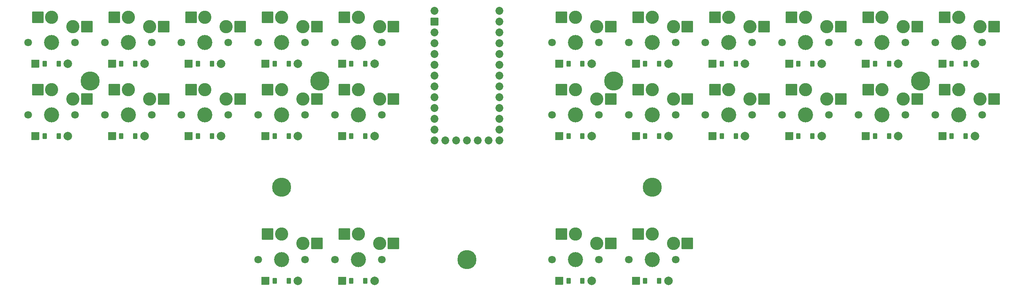
<source format=gbr>
%TF.GenerationSoftware,KiCad,Pcbnew,9.0.0*%
%TF.CreationDate,2025-03-10T18:29:08+01:00*%
%TF.ProjectId,pcb,7063622e-6b69-4636-9164-5f7063625858,v1.0.0*%
%TF.SameCoordinates,Original*%
%TF.FileFunction,Soldermask,Bot*%
%TF.FilePolarity,Negative*%
%FSLAX46Y46*%
G04 Gerber Fmt 4.6, Leading zero omitted, Abs format (unit mm)*
G04 Created by KiCad (PCBNEW 9.0.0) date 2025-03-10 18:29:08*
%MOMM*%
%LPD*%
G01*
G04 APERTURE LIST*
G04 Aperture macros list*
%AMRoundRect*
0 Rectangle with rounded corners*
0 $1 Rounding radius*
0 $2 $3 $4 $5 $6 $7 $8 $9 X,Y pos of 4 corners*
0 Add a 4 corners polygon primitive as box body*
4,1,4,$2,$3,$4,$5,$6,$7,$8,$9,$2,$3,0*
0 Add four circle primitives for the rounded corners*
1,1,$1+$1,$2,$3*
1,1,$1+$1,$4,$5*
1,1,$1+$1,$6,$7*
1,1,$1+$1,$8,$9*
0 Add four rect primitives between the rounded corners*
20,1,$1+$1,$2,$3,$4,$5,0*
20,1,$1+$1,$4,$5,$6,$7,0*
20,1,$1+$1,$6,$7,$8,$9,0*
20,1,$1+$1,$8,$9,$2,$3,0*%
G04 Aperture macros list end*
%ADD10RoundRect,0.050000X-0.889000X-0.889000X0.889000X-0.889000X0.889000X0.889000X-0.889000X0.889000X0*%
%ADD11RoundRect,0.050000X-0.450000X-0.600000X0.450000X-0.600000X0.450000X0.600000X-0.450000X0.600000X0*%
%ADD12C,2.005000*%
%ADD13C,1.801800*%
%ADD14C,3.100000*%
%ADD15C,3.529000*%
%ADD16RoundRect,0.050000X-1.300000X-1.300000X1.300000X-1.300000X1.300000X1.300000X-1.300000X1.300000X0*%
%ADD17C,0.800000*%
%ADD18C,4.500000*%
%ADD19RoundRect,0.050000X-0.876300X0.876300X-0.876300X-0.876300X0.876300X-0.876300X0.876300X0.876300X0*%
%ADD20C,1.852600*%
G04 APERTURE END LIST*
D10*
%TO.C,D13*%
X237190000Y-105000000D03*
D11*
X239350000Y-105000000D03*
X242650000Y-105000000D03*
D12*
X244810000Y-105000000D03*
%TD*%
D10*
%TO.C,D14*%
X237190000Y-88000000D03*
D11*
X239350000Y-88000000D03*
X242650000Y-88000000D03*
D12*
X244810000Y-88000000D03*
%TD*%
D13*
%TO.C,S20*%
X289500000Y-83000000D03*
D14*
X295000000Y-77050000D03*
D15*
X295000000Y-83000000D03*
D14*
X300000000Y-79250000D03*
D13*
X300500000Y-83000000D03*
D16*
X291725000Y-77050000D03*
X303275000Y-79250000D03*
%TD*%
D13*
%TO.C,S14*%
X235500000Y-83000000D03*
D14*
X241000000Y-77050000D03*
D15*
X241000000Y-83000000D03*
D14*
X246000000Y-79250000D03*
D13*
X246500000Y-83000000D03*
D16*
X237725000Y-77050000D03*
X249275000Y-79250000D03*
%TD*%
D10*
%TO.C,D5*%
X132190000Y-105000000D03*
D11*
X134350000Y-105000000D03*
X137650000Y-105000000D03*
D12*
X139810000Y-105000000D03*
%TD*%
D10*
%TO.C,D24*%
X168190000Y-139000000D03*
D11*
X170350000Y-139000000D03*
X173650000Y-139000000D03*
D12*
X175810000Y-139000000D03*
%TD*%
D17*
%TO.C,_5*%
X152350000Y-117000000D03*
X152833274Y-115833274D03*
X152833274Y-118166726D03*
X154000000Y-115350000D03*
D18*
X154000000Y-117000000D03*
D17*
X154000000Y-118650000D03*
X155166726Y-115833274D03*
X155166726Y-118166726D03*
X155650000Y-117000000D03*
%TD*%
D10*
%TO.C,D17*%
X273190000Y-105000000D03*
D11*
X275350000Y-105000000D03*
X278650000Y-105000000D03*
D12*
X280810000Y-105000000D03*
%TD*%
D13*
%TO.C,S9*%
X166500000Y-100000000D03*
D14*
X172000000Y-94050000D03*
D15*
X172000000Y-100000000D03*
D14*
X177000000Y-96250000D03*
D13*
X177500000Y-100000000D03*
D16*
X168725000Y-94050000D03*
X180275000Y-96250000D03*
%TD*%
D10*
%TO.C,D1*%
X96190000Y-105000000D03*
D11*
X98350000Y-105000000D03*
X101650000Y-105000000D03*
D12*
X103810000Y-105000000D03*
%TD*%
D13*
%TO.C,S8*%
X148500000Y-83000000D03*
D14*
X154000000Y-77050000D03*
D15*
X154000000Y-83000000D03*
D14*
X159000000Y-79250000D03*
D13*
X159500000Y-83000000D03*
D16*
X150725000Y-77050000D03*
X162275000Y-79250000D03*
%TD*%
D10*
%TO.C,D16*%
X255190000Y-88000000D03*
D11*
X257350000Y-88000000D03*
X260650000Y-88000000D03*
D12*
X262810000Y-88000000D03*
%TD*%
D10*
%TO.C,D22*%
X309190000Y-88000000D03*
D11*
X311350000Y-88000000D03*
X314650000Y-88000000D03*
D12*
X316810000Y-88000000D03*
%TD*%
D10*
%TO.C,D19*%
X291190000Y-105000000D03*
D11*
X293350000Y-105000000D03*
X296650000Y-105000000D03*
D12*
X298810000Y-105000000D03*
%TD*%
D10*
%TO.C,D2*%
X96190000Y-88000000D03*
D11*
X98350000Y-88000000D03*
X101650000Y-88000000D03*
D12*
X103810000Y-88000000D03*
%TD*%
D10*
%TO.C,D9*%
X168190000Y-105000000D03*
D11*
X170350000Y-105000000D03*
X173650000Y-105000000D03*
D12*
X175810000Y-105000000D03*
%TD*%
D10*
%TO.C,D20*%
X291190000Y-88000000D03*
D11*
X293350000Y-88000000D03*
X296650000Y-88000000D03*
D12*
X298810000Y-88000000D03*
%TD*%
D13*
%TO.C,S10*%
X166500000Y-83000000D03*
D14*
X172000000Y-77050000D03*
D15*
X172000000Y-83000000D03*
D14*
X177000000Y-79250000D03*
D13*
X177500000Y-83000000D03*
D16*
X168725000Y-77050000D03*
X180275000Y-79250000D03*
%TD*%
D10*
%TO.C,D3*%
X114190000Y-105000000D03*
D11*
X116350000Y-105000000D03*
X119650000Y-105000000D03*
D12*
X121810000Y-105000000D03*
%TD*%
D10*
%TO.C,D26*%
X237190000Y-139000000D03*
D11*
X239350000Y-139000000D03*
X242650000Y-139000000D03*
D12*
X244810000Y-139000000D03*
%TD*%
D10*
%TO.C,D21*%
X309190000Y-105000000D03*
D11*
X311350000Y-105000000D03*
X314650000Y-105000000D03*
D12*
X316810000Y-105000000D03*
%TD*%
D13*
%TO.C,S6*%
X130500000Y-83000000D03*
D14*
X136000000Y-77050000D03*
D15*
X136000000Y-83000000D03*
D14*
X141000000Y-79250000D03*
D13*
X141500000Y-83000000D03*
D16*
X132725000Y-77050000D03*
X144275000Y-79250000D03*
%TD*%
D19*
%TO.C,MCU1*%
X189880000Y-78030000D03*
D20*
X189880000Y-75490000D03*
X189880000Y-80570000D03*
X189880000Y-83110000D03*
X189880000Y-85650000D03*
X189880000Y-88190000D03*
X189880000Y-90730000D03*
X189880000Y-93270000D03*
X189880000Y-95810000D03*
X189880000Y-98350000D03*
X189880000Y-100890000D03*
X189880000Y-103430000D03*
X189880000Y-105970000D03*
X202580000Y-105970000D03*
X200040000Y-105970000D03*
X197500000Y-105970000D03*
X194960000Y-105970000D03*
X192420000Y-105970000D03*
X205120000Y-75490000D03*
X205120000Y-78030000D03*
X205120000Y-80570000D03*
X205120000Y-83110000D03*
X205120000Y-85650000D03*
X205120000Y-88190000D03*
X205120000Y-90730000D03*
X205120000Y-93270000D03*
X205120000Y-95810000D03*
X205120000Y-98350000D03*
X205120000Y-100890000D03*
X205120000Y-103430000D03*
X205120000Y-105970000D03*
%TD*%
D10*
%TO.C,D12*%
X219190000Y-88000000D03*
D11*
X221350000Y-88000000D03*
X224650000Y-88000000D03*
D12*
X226810000Y-88000000D03*
%TD*%
D10*
%TO.C,D11*%
X219190000Y-105000000D03*
D11*
X221350000Y-105000000D03*
X224650000Y-105000000D03*
D12*
X226810000Y-105000000D03*
%TD*%
D13*
%TO.C,S22*%
X307500000Y-83000000D03*
D14*
X313000000Y-77050000D03*
D15*
X313000000Y-83000000D03*
D14*
X318000000Y-79250000D03*
D13*
X318500000Y-83000000D03*
D16*
X309725000Y-77050000D03*
X321275000Y-79250000D03*
%TD*%
D13*
%TO.C,S4*%
X112500000Y-83000000D03*
D14*
X118000000Y-77050000D03*
D15*
X118000000Y-83000000D03*
D14*
X123000000Y-79250000D03*
D13*
X123500000Y-83000000D03*
D16*
X114725000Y-77050000D03*
X126275000Y-79250000D03*
%TD*%
D13*
%TO.C,S3*%
X112500000Y-100000000D03*
D14*
X118000000Y-94050000D03*
D15*
X118000000Y-100000000D03*
D14*
X123000000Y-96250000D03*
D13*
X123500000Y-100000000D03*
D16*
X114725000Y-94050000D03*
X126275000Y-96250000D03*
%TD*%
D10*
%TO.C,D15*%
X255190000Y-105000000D03*
D11*
X257350000Y-105000000D03*
X260650000Y-105000000D03*
D12*
X262810000Y-105000000D03*
%TD*%
D10*
%TO.C,D7*%
X150190000Y-105000000D03*
D11*
X152350000Y-105000000D03*
X155650000Y-105000000D03*
D12*
X157810000Y-105000000D03*
%TD*%
D13*
%TO.C,S23*%
X148500000Y-134000000D03*
D14*
X154000000Y-128050000D03*
D15*
X154000000Y-134000000D03*
D14*
X159000000Y-130250000D03*
D13*
X159500000Y-134000000D03*
D16*
X150725000Y-128050000D03*
X162275000Y-130250000D03*
%TD*%
D13*
%TO.C,S5*%
X130500000Y-100000000D03*
D14*
X136000000Y-94050000D03*
D15*
X136000000Y-100000000D03*
D14*
X141000000Y-96250000D03*
D13*
X141500000Y-100000000D03*
D16*
X132725000Y-94050000D03*
X144275000Y-96250000D03*
%TD*%
D13*
%TO.C,S24*%
X166500000Y-134000000D03*
D14*
X172000000Y-128050000D03*
D15*
X172000000Y-134000000D03*
D14*
X177000000Y-130250000D03*
D13*
X177500000Y-134000000D03*
D16*
X168725000Y-128050000D03*
X180275000Y-130250000D03*
%TD*%
D13*
%TO.C,S21*%
X307500000Y-100000000D03*
D14*
X313000000Y-94050000D03*
D15*
X313000000Y-100000000D03*
D14*
X318000000Y-96250000D03*
D13*
X318500000Y-100000000D03*
D16*
X309725000Y-94050000D03*
X321275000Y-96250000D03*
%TD*%
D13*
%TO.C,S1*%
X94500000Y-100000000D03*
D14*
X100000000Y-94050000D03*
D15*
X100000000Y-100000000D03*
D14*
X105000000Y-96250000D03*
D13*
X105500000Y-100000000D03*
D16*
X96725000Y-94050000D03*
X108275000Y-96250000D03*
%TD*%
D13*
%TO.C,S17*%
X271500000Y-100000000D03*
D14*
X277000000Y-94050000D03*
D15*
X277000000Y-100000000D03*
D14*
X282000000Y-96250000D03*
D13*
X282500000Y-100000000D03*
D16*
X273725000Y-94050000D03*
X285275000Y-96250000D03*
%TD*%
D13*
%TO.C,S7*%
X148500000Y-100000000D03*
D14*
X154000000Y-94050000D03*
D15*
X154000000Y-100000000D03*
D14*
X159000000Y-96250000D03*
D13*
X159500000Y-100000000D03*
D16*
X150725000Y-94050000D03*
X162275000Y-96250000D03*
%TD*%
D10*
%TO.C,D25*%
X219190000Y-139000000D03*
D11*
X221350000Y-139000000D03*
X224650000Y-139000000D03*
D12*
X226810000Y-139000000D03*
%TD*%
D17*
%TO.C,_1*%
X107350000Y-92000000D03*
X107833274Y-90833274D03*
X107833274Y-93166726D03*
X109000000Y-90350000D03*
D18*
X109000000Y-92000000D03*
D17*
X109000000Y-93650000D03*
X110166726Y-90833274D03*
X110166726Y-93166726D03*
X110650000Y-92000000D03*
%TD*%
D13*
%TO.C,S12*%
X217500000Y-83000000D03*
D14*
X223000000Y-77050000D03*
D15*
X223000000Y-83000000D03*
D14*
X228000000Y-79250000D03*
D13*
X228500000Y-83000000D03*
D16*
X219725000Y-77050000D03*
X231275000Y-79250000D03*
%TD*%
D17*
%TO.C,_6*%
X239350000Y-117000000D03*
X239833274Y-115833274D03*
X239833274Y-118166726D03*
X241000000Y-115350000D03*
D18*
X241000000Y-117000000D03*
D17*
X241000000Y-118650000D03*
X242166726Y-115833274D03*
X242166726Y-118166726D03*
X242650000Y-117000000D03*
%TD*%
D13*
%TO.C,S26*%
X235500000Y-134000000D03*
D14*
X241000000Y-128050000D03*
D15*
X241000000Y-134000000D03*
D14*
X246000000Y-130250000D03*
D13*
X246500000Y-134000000D03*
D16*
X237725000Y-128050000D03*
X249275000Y-130250000D03*
%TD*%
D13*
%TO.C,S19*%
X289500000Y-100000000D03*
D14*
X295000000Y-94050000D03*
D15*
X295000000Y-100000000D03*
D14*
X300000000Y-96250000D03*
D13*
X300500000Y-100000000D03*
D16*
X291725000Y-94050000D03*
X303275000Y-96250000D03*
%TD*%
D10*
%TO.C,D6*%
X132190000Y-88000000D03*
D11*
X134350000Y-88000000D03*
X137650000Y-88000000D03*
D12*
X139810000Y-88000000D03*
%TD*%
D10*
%TO.C,D4*%
X114190000Y-88000000D03*
D11*
X116350000Y-88000000D03*
X119650000Y-88000000D03*
D12*
X121810000Y-88000000D03*
%TD*%
D10*
%TO.C,D18*%
X273190000Y-88000000D03*
D11*
X275350000Y-88000000D03*
X278650000Y-88000000D03*
D12*
X280810000Y-88000000D03*
%TD*%
D13*
%TO.C,S15*%
X253500000Y-100000000D03*
D14*
X259000000Y-94050000D03*
D15*
X259000000Y-100000000D03*
D14*
X264000000Y-96250000D03*
D13*
X264500000Y-100000000D03*
D16*
X255725000Y-94050000D03*
X267275000Y-96250000D03*
%TD*%
D13*
%TO.C,S13*%
X235500000Y-100000000D03*
D14*
X241000000Y-94050000D03*
D15*
X241000000Y-100000000D03*
D14*
X246000000Y-96250000D03*
D13*
X246500000Y-100000000D03*
D16*
X237725000Y-94050000D03*
X249275000Y-96250000D03*
%TD*%
D13*
%TO.C,S18*%
X271500000Y-83000000D03*
D14*
X277000000Y-77050000D03*
D15*
X277000000Y-83000000D03*
D14*
X282000000Y-79250000D03*
D13*
X282500000Y-83000000D03*
D16*
X273725000Y-77050000D03*
X285275000Y-79250000D03*
%TD*%
D10*
%TO.C,D10*%
X168190000Y-88000000D03*
D11*
X170350000Y-88000000D03*
X173650000Y-88000000D03*
D12*
X175810000Y-88000000D03*
%TD*%
D13*
%TO.C,S16*%
X253500000Y-83000000D03*
D14*
X259000000Y-77050000D03*
D15*
X259000000Y-83000000D03*
D14*
X264000000Y-79250000D03*
D13*
X264500000Y-83000000D03*
D16*
X255725000Y-77050000D03*
X267275000Y-79250000D03*
%TD*%
D10*
%TO.C,D23*%
X150190000Y-139000000D03*
D11*
X152350000Y-139000000D03*
X155650000Y-139000000D03*
D12*
X157810000Y-139000000D03*
%TD*%
D13*
%TO.C,S25*%
X217500000Y-134000000D03*
D14*
X223000000Y-128050000D03*
D15*
X223000000Y-134000000D03*
D14*
X228000000Y-130250000D03*
D13*
X228500000Y-134000000D03*
D16*
X219725000Y-128050000D03*
X231275000Y-130250000D03*
%TD*%
D17*
%TO.C,_4*%
X302350000Y-92000000D03*
X302833274Y-90833274D03*
X302833274Y-93166726D03*
X304000000Y-90350000D03*
D18*
X304000000Y-92000000D03*
D17*
X304000000Y-93650000D03*
X305166726Y-90833274D03*
X305166726Y-93166726D03*
X305650000Y-92000000D03*
%TD*%
D13*
%TO.C,S11*%
X217500000Y-100000000D03*
D14*
X223000000Y-94050000D03*
D15*
X223000000Y-100000000D03*
D14*
X228000000Y-96250000D03*
D13*
X228500000Y-100000000D03*
D16*
X219725000Y-94050000D03*
X231275000Y-96250000D03*
%TD*%
D17*
%TO.C,_3*%
X230350000Y-92000000D03*
X230833274Y-90833274D03*
X230833274Y-93166726D03*
X232000000Y-90350000D03*
D18*
X232000000Y-92000000D03*
D17*
X232000000Y-93650000D03*
X233166726Y-90833274D03*
X233166726Y-93166726D03*
X233650000Y-92000000D03*
%TD*%
D13*
%TO.C,S2*%
X94500000Y-83000000D03*
D14*
X100000000Y-77050000D03*
D15*
X100000000Y-83000000D03*
D14*
X105000000Y-79250000D03*
D13*
X105500000Y-83000000D03*
D16*
X96725000Y-77050000D03*
X108275000Y-79250000D03*
%TD*%
D10*
%TO.C,D8*%
X150190000Y-88000000D03*
D11*
X152350000Y-88000000D03*
X155650000Y-88000000D03*
D12*
X157810000Y-88000000D03*
%TD*%
D17*
%TO.C,_7*%
X195850000Y-134000000D03*
X196333274Y-132833274D03*
X196333274Y-135166726D03*
X197500000Y-132350000D03*
D18*
X197500000Y-134000000D03*
D17*
X197500000Y-135650000D03*
X198666726Y-132833274D03*
X198666726Y-135166726D03*
X199150000Y-134000000D03*
%TD*%
%TO.C,_2*%
X161350000Y-92000000D03*
X161833274Y-90833274D03*
X161833274Y-93166726D03*
X163000000Y-90350000D03*
D18*
X163000000Y-92000000D03*
D17*
X163000000Y-93650000D03*
X164166726Y-90833274D03*
X164166726Y-93166726D03*
X164650000Y-92000000D03*
%TD*%
M02*

</source>
